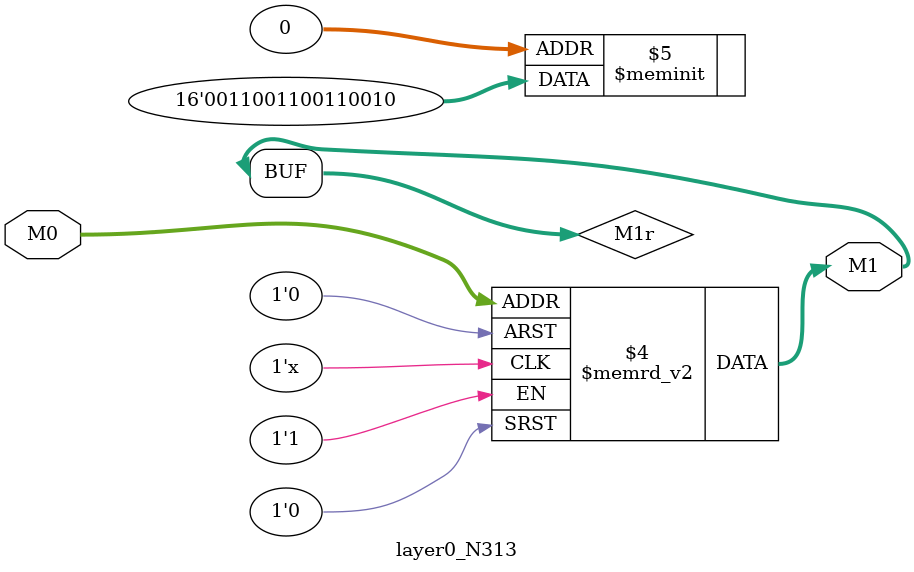
<source format=v>
module layer0_N313 ( input [2:0] M0, output [1:0] M1 );

	(*rom_style = "distributed" *) reg [1:0] M1r;
	assign M1 = M1r;
	always @ (M0) begin
		case (M0)
			3'b000: M1r = 2'b10;
			3'b100: M1r = 2'b11;
			3'b010: M1r = 2'b11;
			3'b110: M1r = 2'b11;
			3'b001: M1r = 2'b00;
			3'b101: M1r = 2'b00;
			3'b011: M1r = 2'b00;
			3'b111: M1r = 2'b00;

		endcase
	end
endmodule

</source>
